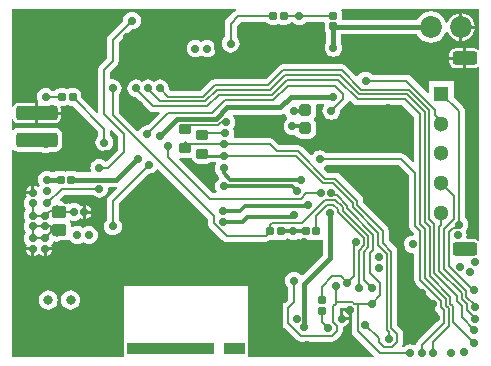
<source format=gbl>
%FSLAX44Y44*%
%MOMM*%
G71*
G01*
G75*
G04 Layer_Physical_Order=2*
G04 Layer_Color=16711680*
G04:AMPARAMS|DCode=10|XSize=1.5mm|YSize=3mm|CornerRadius=0.375mm|HoleSize=0mm|Usage=FLASHONLY|Rotation=0.000|XOffset=0mm|YOffset=0mm|HoleType=Round|Shape=RoundedRectangle|*
%AMROUNDEDRECTD10*
21,1,1.5000,2.2500,0,0,0.0*
21,1,0.7500,3.0000,0,0,0.0*
1,1,0.7500,0.3750,-1.1250*
1,1,0.7500,-0.3750,-1.1250*
1,1,0.7500,-0.3750,1.1250*
1,1,0.7500,0.3750,1.1250*
%
%ADD10ROUNDEDRECTD10*%
%ADD11R,0.4000X1.4000*%
%ADD12R,1.8000X1.9000*%
G04:AMPARAMS|DCode=13|XSize=1mm|YSize=1.2mm|CornerRadius=0.165mm|HoleSize=0mm|Usage=FLASHONLY|Rotation=0.000|XOffset=0mm|YOffset=0mm|HoleType=Round|Shape=RoundedRectangle|*
%AMROUNDEDRECTD13*
21,1,1.0000,0.8700,0,0,0.0*
21,1,0.6700,1.2000,0,0,0.0*
1,1,0.3300,0.3350,-0.4350*
1,1,0.3300,-0.3350,-0.4350*
1,1,0.3300,-0.3350,0.4350*
1,1,0.3300,0.3350,0.4350*
%
%ADD13ROUNDEDRECTD13*%
G04:AMPARAMS|DCode=14|XSize=2.35mm|YSize=1.15mm|CornerRadius=0.3852mm|HoleSize=0mm|Usage=FLASHONLY|Rotation=180.000|XOffset=0mm|YOffset=0mm|HoleType=Round|Shape=RoundedRectangle|*
%AMROUNDEDRECTD14*
21,1,2.3500,0.3795,0,0,180.0*
21,1,1.5795,1.1500,0,0,180.0*
1,1,0.7705,-0.7897,0.1898*
1,1,0.7705,0.7897,0.1898*
1,1,0.7705,0.7897,-0.1898*
1,1,0.7705,-0.7897,-0.1898*
%
%ADD14ROUNDEDRECTD14*%
G04:AMPARAMS|DCode=15|XSize=1.3mm|YSize=1mm|CornerRadius=0.25mm|HoleSize=0mm|Usage=FLASHONLY|Rotation=180.000|XOffset=0mm|YOffset=0mm|HoleType=Round|Shape=RoundedRectangle|*
%AMROUNDEDRECTD15*
21,1,1.3000,0.5000,0,0,180.0*
21,1,0.8000,1.0000,0,0,180.0*
1,1,0.5000,-0.4000,0.2500*
1,1,0.5000,0.4000,0.2500*
1,1,0.5000,0.4000,-0.2500*
1,1,0.5000,-0.4000,-0.2500*
%
%ADD15ROUNDEDRECTD15*%
G04:AMPARAMS|DCode=16|XSize=2.5mm|YSize=1.15mm|CornerRadius=0.3852mm|HoleSize=0mm|Usage=FLASHONLY|Rotation=180.000|XOffset=0mm|YOffset=0mm|HoleType=Round|Shape=RoundedRectangle|*
%AMROUNDEDRECTD16*
21,1,2.5000,0.3795,0,0,180.0*
21,1,1.7295,1.1500,0,0,180.0*
1,1,0.7705,-0.8648,0.1898*
1,1,0.7705,0.8648,0.1898*
1,1,0.7705,0.8648,-0.1898*
1,1,0.7705,-0.8648,-0.1898*
%
%ADD16ROUNDEDRECTD16*%
%ADD17O,0.7000X2.5000*%
%ADD18O,2.5000X0.7000*%
%ADD19R,1.1000X1.1000*%
%ADD20R,4.0000X4.0000*%
%ADD21O,1.1000X0.4000*%
%ADD22O,0.4000X1.1000*%
G04:AMPARAMS|DCode=23|XSize=1.1mm|YSize=0.6mm|CornerRadius=0.201mm|HoleSize=0mm|Usage=FLASHONLY|Rotation=180.000|XOffset=0mm|YOffset=0mm|HoleType=Round|Shape=RoundedRectangle|*
%AMROUNDEDRECTD23*
21,1,1.1000,0.1980,0,0,180.0*
21,1,0.6980,0.6000,0,0,180.0*
1,1,0.4020,-0.3490,0.0990*
1,1,0.4020,0.3490,0.0990*
1,1,0.4020,0.3490,-0.0990*
1,1,0.4020,-0.3490,-0.0990*
%
%ADD23ROUNDEDRECTD23*%
G04:AMPARAMS|DCode=24|XSize=1mm|YSize=0.9mm|CornerRadius=0.198mm|HoleSize=0mm|Usage=FLASHONLY|Rotation=90.000|XOffset=0mm|YOffset=0mm|HoleType=Round|Shape=RoundedRectangle|*
%AMROUNDEDRECTD24*
21,1,1.0000,0.5040,0,0,90.0*
21,1,0.6040,0.9000,0,0,90.0*
1,1,0.3960,0.2520,0.3020*
1,1,0.3960,0.2520,-0.3020*
1,1,0.3960,-0.2520,-0.3020*
1,1,0.3960,-0.2520,0.3020*
%
%ADD24ROUNDEDRECTD24*%
G04:AMPARAMS|DCode=25|XSize=0.67mm|YSize=0.67mm|CornerRadius=0.1508mm|HoleSize=0mm|Usage=FLASHONLY|Rotation=180.000|XOffset=0mm|YOffset=0mm|HoleType=Round|Shape=RoundedRectangle|*
%AMROUNDEDRECTD25*
21,1,0.6700,0.3685,0,0,180.0*
21,1,0.3685,0.6700,0,0,180.0*
1,1,0.3015,-0.1843,0.1843*
1,1,0.3015,0.1843,0.1843*
1,1,0.3015,0.1843,-0.1843*
1,1,0.3015,-0.1843,-0.1843*
%
%ADD25ROUNDEDRECTD25*%
G04:AMPARAMS|DCode=26|XSize=0.67mm|YSize=0.67mm|CornerRadius=0.1508mm|HoleSize=0mm|Usage=FLASHONLY|Rotation=270.000|XOffset=0mm|YOffset=0mm|HoleType=Round|Shape=RoundedRectangle|*
%AMROUNDEDRECTD26*
21,1,0.6700,0.3685,0,0,270.0*
21,1,0.3685,0.6700,0,0,270.0*
1,1,0.3015,-0.1843,-0.1843*
1,1,0.3015,-0.1843,0.1843*
1,1,0.3015,0.1843,0.1843*
1,1,0.3015,0.1843,-0.1843*
%
%ADD26ROUNDEDRECTD26*%
G04:AMPARAMS|DCode=27|XSize=1.05mm|YSize=0.65mm|CornerRadius=0.2015mm|HoleSize=0mm|Usage=FLASHONLY|Rotation=90.000|XOffset=0mm|YOffset=0mm|HoleType=Round|Shape=RoundedRectangle|*
%AMROUNDEDRECTD27*
21,1,1.0500,0.2470,0,0,90.0*
21,1,0.6470,0.6500,0,0,90.0*
1,1,0.4030,0.1235,0.3235*
1,1,0.4030,0.1235,-0.3235*
1,1,0.4030,-0.1235,-0.3235*
1,1,0.4030,-0.1235,0.3235*
%
%ADD27ROUNDEDRECTD27*%
G04:AMPARAMS|DCode=28|XSize=0.65mm|YSize=0.5mm|CornerRadius=0.2mm|HoleSize=0mm|Usage=FLASHONLY|Rotation=270.000|XOffset=0mm|YOffset=0mm|HoleType=Round|Shape=RoundedRectangle|*
%AMROUNDEDRECTD28*
21,1,0.6500,0.1000,0,0,270.0*
21,1,0.2500,0.5000,0,0,270.0*
1,1,0.4000,-0.0500,-0.1250*
1,1,0.4000,-0.0500,0.1250*
1,1,0.4000,0.0500,0.1250*
1,1,0.4000,0.0500,-0.1250*
%
%ADD28ROUNDEDRECTD28*%
G04:AMPARAMS|DCode=29|XSize=0.62mm|YSize=0.62mm|CornerRadius=0.1488mm|HoleSize=0mm|Usage=FLASHONLY|Rotation=270.000|XOffset=0mm|YOffset=0mm|HoleType=Round|Shape=RoundedRectangle|*
%AMROUNDEDRECTD29*
21,1,0.6200,0.3224,0,0,270.0*
21,1,0.3224,0.6200,0,0,270.0*
1,1,0.2976,-0.1612,-0.1612*
1,1,0.2976,-0.1612,0.1612*
1,1,0.2976,0.1612,0.1612*
1,1,0.2976,0.1612,-0.1612*
%
%ADD29ROUNDEDRECTD29*%
G04:AMPARAMS|DCode=30|XSize=1mm|YSize=0.95mm|CornerRadius=0.1995mm|HoleSize=0mm|Usage=FLASHONLY|Rotation=0.000|XOffset=0mm|YOffset=0mm|HoleType=Round|Shape=RoundedRectangle|*
%AMROUNDEDRECTD30*
21,1,1.0000,0.5510,0,0,0.0*
21,1,0.6010,0.9500,0,0,0.0*
1,1,0.3990,0.3005,-0.2755*
1,1,0.3990,-0.3005,-0.2755*
1,1,0.3990,-0.3005,0.2755*
1,1,0.3990,0.3005,0.2755*
%
%ADD30ROUNDEDRECTD30*%
G04:AMPARAMS|DCode=31|XSize=1mm|YSize=0.95mm|CornerRadius=0.1995mm|HoleSize=0mm|Usage=FLASHONLY|Rotation=270.000|XOffset=0mm|YOffset=0mm|HoleType=Round|Shape=RoundedRectangle|*
%AMROUNDEDRECTD31*
21,1,1.0000,0.5510,0,0,270.0*
21,1,0.6010,0.9500,0,0,270.0*
1,1,0.3990,-0.2755,-0.3005*
1,1,0.3990,-0.2755,0.3005*
1,1,0.3990,0.2755,0.3005*
1,1,0.3990,0.2755,-0.3005*
%
%ADD31ROUNDEDRECTD31*%
G04:AMPARAMS|DCode=32|XSize=0.5mm|YSize=0.21mm|CornerRadius=0.0347mm|HoleSize=0mm|Usage=FLASHONLY|Rotation=180.000|XOffset=0mm|YOffset=0mm|HoleType=Round|Shape=RoundedRectangle|*
%AMROUNDEDRECTD32*
21,1,0.5000,0.1407,0,0,180.0*
21,1,0.4307,0.2100,0,0,180.0*
1,1,0.0693,-0.2154,0.0704*
1,1,0.0693,0.2154,0.0704*
1,1,0.0693,0.2154,-0.0704*
1,1,0.0693,-0.2154,-0.0704*
%
%ADD32ROUNDEDRECTD32*%
G04:AMPARAMS|DCode=33|XSize=0.3mm|YSize=0.65mm|CornerRadius=0.0495mm|HoleSize=0mm|Usage=FLASHONLY|Rotation=180.000|XOffset=0mm|YOffset=0mm|HoleType=Round|Shape=RoundedRectangle|*
%AMROUNDEDRECTD33*
21,1,0.3000,0.5510,0,0,180.0*
21,1,0.2010,0.6500,0,0,180.0*
1,1,0.0990,-0.1005,0.2755*
1,1,0.0990,0.1005,0.2755*
1,1,0.0990,0.1005,-0.2755*
1,1,0.0990,-0.1005,-0.2755*
%
%ADD33ROUNDEDRECTD33*%
G04:AMPARAMS|DCode=34|XSize=0.65mm|YSize=0.35mm|CornerRadius=0.0735mm|HoleSize=0mm|Usage=FLASHONLY|Rotation=270.000|XOffset=0mm|YOffset=0mm|HoleType=Round|Shape=RoundedRectangle|*
%AMROUNDEDRECTD34*
21,1,0.6500,0.2030,0,0,270.0*
21,1,0.5030,0.3500,0,0,270.0*
1,1,0.1470,-0.1015,-0.2515*
1,1,0.1470,-0.1015,0.2515*
1,1,0.1470,0.1015,0.2515*
1,1,0.1470,0.1015,-0.2515*
%
%ADD34ROUNDEDRECTD34*%
G04:AMPARAMS|DCode=35|XSize=0.3mm|YSize=0.25mm|CornerRadius=0.0525mm|HoleSize=0mm|Usage=FLASHONLY|Rotation=270.000|XOffset=0mm|YOffset=0mm|HoleType=Round|Shape=RoundedRectangle|*
%AMROUNDEDRECTD35*
21,1,0.3000,0.1450,0,0,270.0*
21,1,0.1950,0.2500,0,0,270.0*
1,1,0.1050,-0.0725,-0.0975*
1,1,0.1050,-0.0725,0.0975*
1,1,0.1050,0.0725,0.0975*
1,1,0.1050,0.0725,-0.0975*
%
%ADD35ROUNDEDRECTD35*%
%ADD36C,0.2500*%
%ADD37C,0.3500*%
%ADD38C,0.2000*%
%ADD39C,0.6000*%
%ADD40C,0.3000*%
%ADD41C,0.7000*%
%ADD42C,0.4000*%
%ADD43C,0.5000*%
%ADD44C,0.7000*%
%ADD45C,0.8000*%
G04:AMPARAMS|DCode=46|XSize=1.15mm|YSize=2.1mm|CornerRadius=0.2875mm|HoleSize=0mm|Usage=FLASHONLY|Rotation=90.000|XOffset=0mm|YOffset=0mm|HoleType=Round|Shape=RoundedRectangle|*
%AMROUNDEDRECTD46*
21,1,1.1500,1.5250,0,0,90.0*
21,1,0.5750,2.1000,0,0,90.0*
1,1,0.5750,0.7625,0.2875*
1,1,0.5750,0.7625,-0.2875*
1,1,0.5750,-0.7625,-0.2875*
1,1,0.5750,-0.7625,0.2875*
%
%ADD46ROUNDEDRECTD46*%
%ADD47C,1.8500*%
%ADD48R,1.3000X1.3000*%
%ADD49C,1.3000*%
%ADD50C,0.6000*%
G04:AMPARAMS|DCode=51|XSize=1mm|YSize=0.9mm|CornerRadius=0.198mm|HoleSize=0mm|Usage=FLASHONLY|Rotation=0.000|XOffset=0mm|YOffset=0mm|HoleType=Round|Shape=RoundedRectangle|*
%AMROUNDEDRECTD51*
21,1,1.0000,0.5040,0,0,0.0*
21,1,0.6040,0.9000,0,0,0.0*
1,1,0.3960,0.3020,-0.2520*
1,1,0.3960,-0.3020,-0.2520*
1,1,0.3960,-0.3020,0.2520*
1,1,0.3960,0.3020,0.2520*
%
%ADD51ROUNDEDRECTD51*%
G04:AMPARAMS|DCode=52|XSize=1mm|YSize=1.2mm|CornerRadius=0.165mm|HoleSize=0mm|Usage=FLASHONLY|Rotation=90.000|XOffset=0mm|YOffset=0mm|HoleType=Round|Shape=RoundedRectangle|*
%AMROUNDEDRECTD52*
21,1,1.0000,0.8700,0,0,90.0*
21,1,0.6700,1.2000,0,0,90.0*
1,1,0.3300,0.4350,0.3350*
1,1,0.3300,0.4350,-0.3350*
1,1,0.3300,-0.4350,-0.3350*
1,1,0.3300,-0.4350,0.3350*
%
%ADD52ROUNDEDRECTD52*%
G04:AMPARAMS|DCode=53|XSize=3.5mm|YSize=1.2mm|CornerRadius=0.198mm|HoleSize=0mm|Usage=FLASHONLY|Rotation=180.000|XOffset=0mm|YOffset=0mm|HoleType=Round|Shape=RoundedRectangle|*
%AMROUNDEDRECTD53*
21,1,3.5000,0.8040,0,0,180.0*
21,1,3.1040,1.2000,0,0,180.0*
1,1,0.3960,-1.5520,0.4020*
1,1,0.3960,1.5520,0.4020*
1,1,0.3960,1.5520,-0.4020*
1,1,0.3960,-1.5520,-0.4020*
%
%ADD53ROUNDEDRECTD53*%
G04:AMPARAMS|DCode=54|XSize=0.62mm|YSize=0.62mm|CornerRadius=0.1488mm|HoleSize=0mm|Usage=FLASHONLY|Rotation=0.000|XOffset=0mm|YOffset=0mm|HoleType=Round|Shape=RoundedRectangle|*
%AMROUNDEDRECTD54*
21,1,0.6200,0.3224,0,0,0.0*
21,1,0.3224,0.6200,0,0,0.0*
1,1,0.2976,0.1612,-0.1612*
1,1,0.2976,-0.1612,-0.1612*
1,1,0.2976,-0.1612,0.1612*
1,1,0.2976,0.1612,0.1612*
%
%ADD54ROUNDEDRECTD54*%
G36*
X339152Y156168D02*
Y113400D01*
X339540Y111449D01*
X340645Y109795D01*
X342996Y107444D01*
X342973Y106557D01*
X342000Y105565D01*
X340042Y105307D01*
X338218Y104551D01*
X336651Y103349D01*
X335449Y101782D01*
X334693Y99958D01*
X334435Y98000D01*
X334693Y96042D01*
X335449Y94218D01*
X336651Y92651D01*
X338218Y91449D01*
X340042Y90693D01*
X342000Y90435D01*
X342447Y90494D01*
X343402Y89657D01*
Y68056D01*
X343790Y66105D01*
X344895Y64452D01*
X360902Y48445D01*
Y44686D01*
X361290Y42735D01*
X362395Y41082D01*
X363402Y40075D01*
Y33712D01*
X346395Y16705D01*
X345290Y15051D01*
X344902Y13100D01*
X343632Y12513D01*
X343582Y12551D01*
X341758Y13307D01*
X339800Y13565D01*
X337842Y13307D01*
X336018Y12551D01*
X334451Y11349D01*
X334261Y11101D01*
X333061Y11162D01*
X332722Y12368D01*
X333710Y13846D01*
X334098Y15797D01*
Y22399D01*
X333710Y24350D01*
X332605Y26003D01*
X329098Y29510D01*
Y92000D01*
X328710Y93951D01*
X327605Y95605D01*
X321848Y101362D01*
Y109750D01*
X321460Y111701D01*
X320355Y113355D01*
X300348Y133362D01*
Y135150D01*
X299960Y137101D01*
X298855Y138755D01*
X280230Y157380D01*
X278576Y158485D01*
X276625Y158873D01*
X270087D01*
X266661Y162299D01*
X266909Y163544D01*
X267282Y163699D01*
X268849Y164901D01*
X269042Y165152D01*
X330168D01*
X339152Y156168D01*
D02*
G37*
G36*
X155176Y171006D02*
X155347Y170147D01*
X156669Y168169D01*
X158647Y166847D01*
X160980Y166383D01*
X167020D01*
X169353Y166847D01*
X170551Y167647D01*
X175310D01*
X175872Y166508D01*
X175699Y166282D01*
X174943Y164458D01*
X174685Y162500D01*
X174943Y160542D01*
X175699Y158718D01*
X176503Y157670D01*
X176834Y156006D01*
X178104Y154104D01*
X178064Y153492D01*
X176901Y152599D01*
X175699Y151032D01*
X174943Y149208D01*
X174685Y147250D01*
X174943Y145292D01*
X175699Y143468D01*
X176159Y142868D01*
X175533Y141598D01*
X172862D01*
X144596Y169863D01*
X145222Y171034D01*
X145980Y170883D01*
X152020D01*
X154353Y171347D01*
X155176Y171006D01*
D02*
G37*
G36*
X291731Y217395D02*
X293385Y216290D01*
X295336Y215902D01*
X333388D01*
X343152Y206138D01*
Y168246D01*
X341979Y167760D01*
X335884Y173855D01*
X334230Y174960D01*
X332280Y175348D01*
X269042D01*
X268849Y175599D01*
X267282Y176801D01*
X265458Y177557D01*
X263500Y177815D01*
X261542Y177557D01*
X259718Y176801D01*
X258151Y175599D01*
X256949Y174032D01*
X256794Y173659D01*
X255548Y173411D01*
X248355Y180605D01*
X248355Y180605D01*
X246701Y181710D01*
X244750Y182098D01*
X229112D01*
X224605Y186605D01*
X222951Y187710D01*
X221000Y188098D01*
X191273D01*
X190424Y189368D01*
X190807Y190292D01*
X191065Y192250D01*
X190807Y194208D01*
X190051Y196032D01*
X189655Y196549D01*
X190551Y197718D01*
X191307Y199542D01*
X191565Y201500D01*
X191307Y203458D01*
X190551Y205282D01*
X189531Y206612D01*
X189906Y207882D01*
X230000D01*
X232341Y208348D01*
X232820Y208668D01*
X234258Y208102D01*
X234749Y206918D01*
X235802Y205545D01*
X235947Y205329D01*
X235687Y203952D01*
X234901Y203349D01*
X233699Y201782D01*
X232943Y199958D01*
X232685Y198000D01*
X232943Y196042D01*
X233699Y194218D01*
X234901Y192651D01*
X236468Y191449D01*
X238292Y190693D01*
X240250Y190435D01*
X242208Y190693D01*
X242756Y190920D01*
X243923Y189173D01*
X245906Y187848D01*
X248245Y187383D01*
X254255D01*
X256594Y187848D01*
X258577Y189173D01*
X259902Y191156D01*
X260367Y193495D01*
Y199005D01*
X259902Y201344D01*
X258577Y203327D01*
X258146Y203615D01*
Y204885D01*
X258577Y205173D01*
X259902Y207156D01*
X260367Y209495D01*
Y215005D01*
X260189Y215901D01*
X260995Y216882D01*
X266580D01*
X267206Y215612D01*
X266699Y214951D01*
X265943Y213127D01*
X265685Y211169D01*
X265943Y209211D01*
X266699Y207386D01*
X267901Y205820D01*
X269468Y204617D01*
X271292Y203862D01*
X273250Y203604D01*
X275208Y203862D01*
X277032Y204617D01*
X278599Y205820D01*
X279801Y207386D01*
X280557Y209211D01*
X280815Y211169D01*
X280773Y211482D01*
X286981Y217690D01*
X288046Y219284D01*
X288200Y219444D01*
X289401Y219725D01*
X291731Y217395D01*
D02*
G37*
G36*
X173500Y5000D02*
X99900D01*
Y15000D01*
X173500D01*
Y5000D01*
D02*
G37*
G36*
X200400D02*
X182500D01*
Y15000D01*
X200400D01*
Y5000D01*
D02*
G37*
G36*
X398451Y263211D02*
X397181Y262712D01*
X395738Y263676D01*
X393625Y264096D01*
X387270D01*
Y255700D01*
Y247304D01*
X393625D01*
X395738Y247724D01*
X397181Y248689D01*
X398451Y248189D01*
Y101811D01*
X397181Y101312D01*
X395738Y102276D01*
X393625Y102696D01*
X388246D01*
X387759Y103425D01*
X387580Y103966D01*
X387815Y105750D01*
X387557Y107708D01*
X386853Y109406D01*
X388051Y110968D01*
X388807Y112792D01*
X389065Y114750D01*
X388807Y116708D01*
X388051Y118532D01*
X386849Y120099D01*
X386348Y120484D01*
Y210800D01*
X385960Y212751D01*
X384855Y214405D01*
X376800Y222460D01*
Y236250D01*
X355800D01*
Y226539D01*
X354627Y226053D01*
X340325Y240355D01*
X338671Y241460D01*
X336721Y241848D01*
X307792D01*
X307599Y242099D01*
X306032Y243301D01*
X304208Y244057D01*
X302250Y244315D01*
X300292Y244057D01*
X298468Y243301D01*
X296901Y242099D01*
X295883Y240772D01*
X294451Y240408D01*
X285754Y249105D01*
X284100Y250210D01*
X282149Y250598D01*
X232436D01*
X230485Y250210D01*
X228832Y249105D01*
X217766Y238039D01*
X174344D01*
X172393Y237651D01*
X170739Y236546D01*
X162541Y228348D01*
X137112D01*
X135523Y229936D01*
X135565Y230250D01*
X135307Y232208D01*
X134551Y234033D01*
X133349Y235599D01*
X131782Y236801D01*
X129958Y237557D01*
X128000Y237815D01*
X126042Y237557D01*
X124218Y236801D01*
X123000Y235867D01*
X121782Y236801D01*
X119958Y237557D01*
X118000Y237815D01*
X116042Y237557D01*
X114218Y236801D01*
X113000Y235867D01*
X111782Y236801D01*
X109958Y237557D01*
X108000Y237815D01*
X106042Y237557D01*
X104218Y236801D01*
X102651Y235599D01*
X101449Y234033D01*
X100693Y232208D01*
X100435Y230250D01*
X100693Y228292D01*
X101449Y226468D01*
X102651Y224901D01*
X104218Y223699D01*
X106042Y222943D01*
X107373Y222768D01*
X118495Y211645D01*
X120149Y210540D01*
X122100Y210152D01*
X127283D01*
X127769Y208979D01*
X117564Y198773D01*
X117250Y198815D01*
X115292Y198557D01*
X113468Y197801D01*
X111901Y196599D01*
X110699Y195032D01*
X110267Y193989D01*
X108770Y193690D01*
X93098Y209362D01*
Y224708D01*
X93349Y224901D01*
X94551Y226468D01*
X95307Y228292D01*
X95565Y230250D01*
X95307Y232208D01*
X94551Y234032D01*
X93349Y235599D01*
X91782Y236801D01*
X89958Y237557D01*
X88000Y237815D01*
X87053Y237690D01*
X86098Y238527D01*
Y243838D01*
X91605Y249345D01*
X92710Y250999D01*
X93098Y252950D01*
Y268988D01*
X104186Y280077D01*
X104500Y280035D01*
X106458Y280293D01*
X108282Y281049D01*
X109849Y282251D01*
X111051Y283818D01*
X111807Y285642D01*
X112065Y287600D01*
X111807Y289558D01*
X111051Y291382D01*
X109849Y292949D01*
X108282Y294151D01*
X106458Y294907D01*
X104500Y295165D01*
X102542Y294907D01*
X100718Y294151D01*
X99151Y292949D01*
X97949Y291382D01*
X97193Y289558D01*
X96935Y287600D01*
X96977Y287286D01*
X84395Y274705D01*
X83290Y273051D01*
X82902Y271100D01*
Y255062D01*
X77395Y249555D01*
X76290Y247901D01*
X75902Y245950D01*
Y210204D01*
X74632Y209678D01*
X61558Y222752D01*
Y224842D01*
X61130Y226991D01*
X59913Y228813D01*
X58091Y230030D01*
X55943Y230458D01*
X52257D01*
X50109Y230030D01*
X49700Y229757D01*
X49291Y230030D01*
X47143Y230458D01*
X43457D01*
X41309Y230030D01*
X39487Y228813D01*
X39009Y228098D01*
X37042D01*
X36849Y228349D01*
X35282Y229551D01*
X33458Y230307D01*
X31500Y230565D01*
X29542Y230307D01*
X27718Y229551D01*
X26151Y228349D01*
X24949Y226782D01*
X24193Y224958D01*
X23935Y223000D01*
X24193Y221042D01*
X24949Y219218D01*
X25102Y219018D01*
X25020Y218851D01*
Y210520D01*
X43878D01*
Y213270D01*
X43679Y214272D01*
X44587Y215525D01*
X44623Y215542D01*
X47143D01*
X49291Y215970D01*
X49700Y216243D01*
X50109Y215970D01*
X52257Y215542D01*
X54348D01*
X75902Y193988D01*
Y189792D01*
X75651Y189599D01*
X74449Y188032D01*
X73693Y186208D01*
X73435Y184250D01*
X73693Y182292D01*
X74449Y180468D01*
X75651Y178901D01*
X77218Y177699D01*
X79042Y176943D01*
X81000Y176685D01*
X82958Y176943D01*
X84782Y177699D01*
X86349Y178901D01*
X87551Y180468D01*
X88307Y182292D01*
X88565Y184250D01*
X88307Y186208D01*
X87551Y188032D01*
X86349Y189599D01*
X86098Y189792D01*
Y194490D01*
X87368Y195016D01*
X92652Y189732D01*
Y178362D01*
X83077Y168787D01*
X81949Y168171D01*
X80382Y169373D01*
X78558Y170129D01*
X76600Y170387D01*
X74642Y170129D01*
X72818Y169373D01*
X71251Y168171D01*
X70049Y166604D01*
X69293Y164780D01*
X69035Y162822D01*
X69293Y160864D01*
X69579Y160173D01*
X68874Y159117D01*
X58058D01*
X56691Y160030D01*
X54542Y160458D01*
X50858D01*
X48709Y160030D01*
X48300Y159757D01*
X47891Y160030D01*
X45743Y160458D01*
X42057D01*
X39909Y160030D01*
X38542Y159117D01*
X36848D01*
X36282Y159551D01*
X34458Y160307D01*
X32500Y160565D01*
X30542Y160307D01*
X28718Y159551D01*
X27151Y158349D01*
X25949Y156782D01*
X25193Y154958D01*
X24935Y153000D01*
X25193Y151042D01*
X25949Y149218D01*
X26883Y148000D01*
X26082Y146956D01*
X25783Y146763D01*
X24502Y146609D01*
X23684Y147156D01*
X22112Y147469D01*
X21770D01*
Y141750D01*
X20500D01*
Y140480D01*
X14781D01*
Y140138D01*
X15094Y138566D01*
X15062Y138406D01*
X14931Y138319D01*
X13718Y136503D01*
X13292Y134362D01*
Y131138D01*
X13718Y128997D01*
X14635Y127625D01*
X13718Y126253D01*
X13292Y124112D01*
Y120888D01*
X13718Y118747D01*
X14217Y118000D01*
X13718Y117253D01*
X13292Y115112D01*
Y111888D01*
X13718Y109747D01*
X14635Y108375D01*
X13718Y107003D01*
X13292Y104862D01*
Y101638D01*
X13718Y99497D01*
X14931Y97681D01*
X15062Y97594D01*
X15094Y97434D01*
X14781Y95862D01*
Y95520D01*
X20500D01*
Y94250D01*
X21770D01*
Y88531D01*
X22112D01*
X23684Y88844D01*
X24802Y89591D01*
X25625Y89702D01*
X26448Y89591D01*
X27566Y88844D01*
X29138Y88531D01*
X29480D01*
Y94250D01*
X30750D01*
Y95520D01*
X36469D01*
Y95862D01*
X36156Y97434D01*
X36188Y97594D01*
X36319Y97681D01*
X37532Y99497D01*
X37666Y100174D01*
X38662Y100706D01*
X40750Y100431D01*
X42838Y100706D01*
X44488Y101389D01*
X47100D01*
X49304Y101828D01*
X50375Y102543D01*
X51449Y102218D01*
X52651Y100651D01*
X54218Y99449D01*
X56042Y98693D01*
X58000Y98435D01*
X59958Y98693D01*
X61782Y99449D01*
X63000Y100383D01*
X64218Y99449D01*
X66042Y98693D01*
X68000Y98435D01*
X69958Y98693D01*
X71782Y99449D01*
X73349Y100651D01*
X74551Y102218D01*
X75307Y104042D01*
X75565Y106000D01*
X75307Y107958D01*
X74551Y109782D01*
X73349Y111349D01*
X71782Y112551D01*
X69958Y113307D01*
X68000Y113565D01*
X66042Y113307D01*
X64218Y112551D01*
X63000Y111617D01*
X61782Y112551D01*
X59958Y113307D01*
X58000Y113565D01*
X56042Y113307D01*
X54218Y112551D01*
X54000Y112384D01*
X52861Y112946D01*
Y113850D01*
X52422Y116054D01*
X51547Y117364D01*
X52311Y118507D01*
X53388Y118293D01*
X56612D01*
X58753Y118718D01*
X60569Y119931D01*
X60656Y120062D01*
X60816Y120094D01*
X62388Y119781D01*
X62730D01*
Y125500D01*
Y131219D01*
X62388D01*
X60816Y130906D01*
X60656Y130938D01*
X60569Y131069D01*
X58753Y132282D01*
X56612Y132708D01*
X53388D01*
X51561Y132344D01*
X51173Y132923D01*
X49304Y134172D01*
X47100Y134611D01*
X44488D01*
X43518Y135013D01*
X43177Y136467D01*
X46862Y140152D01*
X71208D01*
X71401Y139901D01*
X72968Y138699D01*
X74792Y137943D01*
X76750Y137685D01*
X78708Y137943D01*
X80532Y138699D01*
X82099Y139901D01*
X83301Y141468D01*
X84057Y143292D01*
X84315Y145250D01*
X84226Y145928D01*
X85063Y146882D01*
X91127D01*
X91478Y146456D01*
X91833Y145792D01*
X84645Y138605D01*
X83540Y136951D01*
X83152Y135000D01*
Y118792D01*
X82901Y118599D01*
X81699Y117032D01*
X80943Y115208D01*
X80685Y113250D01*
X80943Y111292D01*
X81699Y109468D01*
X82901Y107901D01*
X84468Y106699D01*
X86292Y105943D01*
X88250Y105685D01*
X90208Y105943D01*
X92032Y106699D01*
X93599Y107901D01*
X94801Y109468D01*
X95557Y111292D01*
X95815Y113250D01*
X95557Y115208D01*
X94801Y117032D01*
X93599Y118599D01*
X93348Y118792D01*
Y132888D01*
X118407Y157948D01*
X118500Y157935D01*
X120458Y158193D01*
X122282Y158949D01*
X123849Y160151D01*
X124824Y161421D01*
X126278Y161763D01*
X168402Y119638D01*
Y116308D01*
X168790Y114357D01*
X169895Y112703D01*
X180953Y101645D01*
X182607Y100540D01*
X182930Y100476D01*
X184558Y100152D01*
X217507D01*
X219458Y100540D01*
X221112Y101645D01*
X221259Y101792D01*
X223349D01*
X225498Y102220D01*
X225907Y102493D01*
X226315Y102220D01*
X228464Y101792D01*
X232149D01*
X234298Y102220D01*
X236046Y103387D01*
X236320D01*
X237218Y102699D01*
X239042Y101943D01*
X241000Y101685D01*
X242958Y101943D01*
X244782Y102699D01*
X245648Y103363D01*
X247359Y102220D01*
X249508Y101792D01*
X253193D01*
X255341Y102220D01*
X255750Y102493D01*
X256159Y102220D01*
X258307Y101792D01*
X261992D01*
X264141Y102220D01*
X264862Y102701D01*
X266133Y102022D01*
Y89284D01*
X248992Y72143D01*
X247306Y72254D01*
X246849Y72849D01*
X245282Y74051D01*
X243458Y74807D01*
X241500Y75065D01*
X239542Y74807D01*
X237718Y74051D01*
X236151Y72849D01*
X234949Y71282D01*
X234193Y69458D01*
X233935Y67500D01*
X234193Y65542D01*
X234949Y63718D01*
X236151Y62151D01*
X236402Y61958D01*
Y51048D01*
X233670Y48316D01*
X232400Y48842D01*
Y26844D01*
X233670Y27370D01*
X243895Y17145D01*
X245549Y16040D01*
X247500Y15652D01*
X273833D01*
X275784Y16040D01*
X277438Y17145D01*
X281355Y21062D01*
X282460Y22716D01*
X282848Y24667D01*
Y28515D01*
X283707Y28628D01*
X285298Y29287D01*
X286664Y30336D01*
X287713Y31702D01*
X288372Y33293D01*
X288429Y33730D01*
X282000D01*
Y35000D01*
X280730D01*
Y42066D01*
X280098Y42614D01*
Y43888D01*
X280224Y44014D01*
X289422D01*
X290402Y43359D01*
Y24550D01*
X290790Y22599D01*
X291895Y20945D01*
X309118Y3722D01*
X308632Y2549D01*
X202400D01*
Y4803D01*
X202439Y5000D01*
Y15000D01*
X202400Y15197D01*
Y62500D01*
X97400Y62500D01*
Y2549D01*
X67400D01*
Y3447D01*
X66502Y2549D01*
X2549D01*
Y178183D01*
X3819Y178568D01*
X3919Y178419D01*
X5897Y177097D01*
X8230Y176633D01*
X27478D01*
X27718Y176449D01*
X29542Y175693D01*
X31500Y175435D01*
X33458Y175693D01*
X35282Y176449D01*
X35522Y176633D01*
X39270D01*
X41603Y177097D01*
X43581Y178419D01*
X44903Y180397D01*
X45367Y182730D01*
Y190770D01*
X44903Y193103D01*
X43581Y195081D01*
X41603Y196403D01*
X39270Y196867D01*
X8230D01*
X5897Y196403D01*
X3919Y195081D01*
X3819Y194932D01*
X2549Y195317D01*
Y204112D01*
X3819Y204237D01*
X3972Y203466D01*
X4971Y201971D01*
X6466Y200972D01*
X8230Y200621D01*
X22480D01*
Y209250D01*
Y217878D01*
X8230D01*
X6466Y217528D01*
X4971Y216529D01*
X3972Y215034D01*
X3819Y214263D01*
X2549Y214388D01*
Y297451D01*
X192295D01*
X192531Y296299D01*
X192506Y296181D01*
X190895Y295105D01*
X184395Y288605D01*
X183290Y286951D01*
X182902Y285000D01*
Y273543D01*
X182650Y273349D01*
X181448Y271783D01*
X180692Y269958D01*
X180434Y268000D01*
X180692Y266042D01*
X181448Y264218D01*
X182650Y262651D01*
X184217Y261449D01*
X186041Y260693D01*
X187999Y260436D01*
X189957Y260693D01*
X191782Y261449D01*
X193348Y262651D01*
X194550Y264218D01*
X195306Y266042D01*
X195564Y268000D01*
X195306Y269958D01*
X194550Y271783D01*
X193348Y273349D01*
X193098Y273542D01*
Y282888D01*
X196612Y286402D01*
X217809D01*
X218287Y285687D01*
X220109Y284470D01*
X222257Y284042D01*
X225942D01*
X228091Y284470D01*
X228500Y284743D01*
X228909Y284470D01*
X231057Y284042D01*
X234743D01*
X236891Y284470D01*
X238713Y285687D01*
X239191Y286402D01*
X240458D01*
X240651Y286150D01*
X242218Y284948D01*
X244042Y284193D01*
X246000Y283935D01*
X247958Y284193D01*
X249782Y284948D01*
X251349Y286150D01*
X251542Y286402D01*
X266931D01*
X267736Y285420D01*
X267542Y284443D01*
Y280758D01*
X267969Y278609D01*
X268882Y277242D01*
Y268848D01*
X268449Y268282D01*
X267693Y266458D01*
X267435Y264500D01*
X267693Y262542D01*
X268449Y260718D01*
X269651Y259151D01*
X271218Y257949D01*
X273042Y257193D01*
X275000Y256935D01*
X276958Y257193D01*
X278782Y257949D01*
X280349Y259151D01*
X281551Y260718D01*
X282307Y262542D01*
X282565Y264500D01*
X282307Y266458D01*
X281551Y268282D01*
X281117Y268848D01*
Y275882D01*
X345492D01*
X345726Y275318D01*
X347850Y272550D01*
X350618Y270426D01*
X353841Y269091D01*
X357300Y268636D01*
X360759Y269091D01*
X363982Y270426D01*
X366750Y272550D01*
X368874Y275318D01*
X370103Y278285D01*
X370915Y278431D01*
X371452Y278347D01*
X372402Y276054D01*
X374291Y273591D01*
X376754Y271702D01*
X379622Y270513D01*
X381430Y270275D01*
Y282000D01*
Y293724D01*
X379622Y293486D01*
X376754Y292299D01*
X374291Y290409D01*
X372402Y287946D01*
X371452Y285653D01*
X370915Y285569D01*
X370103Y285715D01*
X368874Y288682D01*
X366750Y291450D01*
X363982Y293574D01*
X360759Y294909D01*
X357300Y295364D01*
X353841Y294909D01*
X350618Y293574D01*
X347850Y291450D01*
X345726Y288682D01*
X345492Y288118D01*
X283172D01*
X282367Y289099D01*
X282458Y289557D01*
Y293242D01*
X282030Y295391D01*
X281503Y296181D01*
X282182Y297451D01*
X398451D01*
Y263211D01*
D02*
G37*
%LPC*%
G36*
X52500Y59069D02*
X50412Y58794D01*
X48465Y57988D01*
X46794Y56706D01*
X45512Y55034D01*
X44706Y53088D01*
X44431Y51000D01*
X44706Y48912D01*
X45512Y46965D01*
X46794Y45294D01*
X48465Y44012D01*
X50412Y43206D01*
X52500Y42931D01*
X54588Y43206D01*
X56535Y44012D01*
X58206Y45294D01*
X59488Y46965D01*
X60294Y48912D01*
X60569Y51000D01*
X60294Y53088D01*
X59488Y55034D01*
X58206Y56706D01*
X56535Y57988D01*
X54588Y58794D01*
X52500Y59069D01*
D02*
G37*
G36*
X36469Y92980D02*
X32020D01*
Y88531D01*
X32362D01*
X33934Y88844D01*
X35266Y89734D01*
X36156Y91066D01*
X36469Y92638D01*
Y92980D01*
D02*
G37*
G36*
X19230D02*
X14781D01*
Y92638D01*
X15094Y91066D01*
X15984Y89734D01*
X17316Y88844D01*
X18888Y88531D01*
X19230D01*
Y92980D01*
D02*
G37*
G36*
X68298Y72500D02*
X67400D01*
X67400Y36250D01*
Y71602D01*
X68298Y72500D01*
D02*
G37*
G36*
X283270Y41429D02*
Y36270D01*
X288429D01*
X288372Y36707D01*
X287713Y38298D01*
X286664Y39664D01*
X285298Y40713D01*
X283707Y41372D01*
X283270Y41429D01*
D02*
G37*
G36*
X33500Y59069D02*
X31412Y58794D01*
X29465Y57988D01*
X27794Y56706D01*
X26512Y55034D01*
X25706Y53088D01*
X25431Y51000D01*
X25706Y48912D01*
X26512Y46965D01*
X27794Y45294D01*
X29465Y44012D01*
X31412Y43206D01*
X33500Y42931D01*
X35588Y43206D01*
X37534Y44012D01*
X39206Y45294D01*
X40488Y46965D01*
X41294Y48912D01*
X41569Y51000D01*
X41294Y53088D01*
X40488Y55034D01*
X39206Y56706D01*
X37534Y57988D01*
X35588Y58794D01*
X33500Y59069D01*
D02*
G37*
G36*
X168000Y271315D02*
X166042Y271057D01*
X164218Y270301D01*
X163000Y269367D01*
X161782Y270301D01*
X159958Y271057D01*
X158000Y271315D01*
X156042Y271057D01*
X154218Y270301D01*
X152651Y269099D01*
X151449Y267532D01*
X150693Y265708D01*
X150435Y263750D01*
X150693Y261792D01*
X151449Y259967D01*
X152651Y258401D01*
X154218Y257199D01*
X156042Y256443D01*
X158000Y256185D01*
X159958Y256443D01*
X161782Y257199D01*
X163000Y258133D01*
X164218Y257199D01*
X166042Y256443D01*
X168000Y256185D01*
X169958Y256443D01*
X171782Y257199D01*
X173349Y258401D01*
X174551Y259967D01*
X175307Y261792D01*
X175565Y263750D01*
X175307Y265708D01*
X174551Y267532D01*
X173349Y269099D01*
X171782Y270301D01*
X169958Y271057D01*
X168000Y271315D01*
D02*
G37*
G36*
X384730Y264096D02*
X378375D01*
X376262Y263676D01*
X374471Y262479D01*
X373274Y260688D01*
X372854Y258575D01*
Y256970D01*
X384730D01*
Y264096D01*
D02*
G37*
G36*
X383970Y293724D02*
Y283270D01*
X394425D01*
X394187Y285078D01*
X392999Y287946D01*
X391109Y290409D01*
X388646Y292299D01*
X385778Y293486D01*
X383970Y293724D01*
D02*
G37*
G36*
X394425Y280730D02*
X383970D01*
Y270275D01*
X385778Y270513D01*
X388646Y271702D01*
X391109Y273591D01*
X392999Y276054D01*
X394187Y278922D01*
X394425Y280730D01*
D02*
G37*
G36*
X384730Y254430D02*
X372854D01*
Y252825D01*
X373274Y250712D01*
X374471Y248921D01*
X376262Y247724D01*
X378375Y247304D01*
X384730D01*
Y254430D01*
D02*
G37*
G36*
X65612Y131219D02*
X65270D01*
Y126770D01*
X69719D01*
Y127112D01*
X69406Y128684D01*
X68516Y130016D01*
X67184Y130906D01*
X65612Y131219D01*
D02*
G37*
G36*
X69719Y124230D02*
X65270D01*
Y119781D01*
X65612D01*
X67184Y120094D01*
X68516Y120984D01*
X69406Y122316D01*
X69719Y123888D01*
Y124230D01*
D02*
G37*
G36*
X43878Y207980D02*
X25020D01*
Y200621D01*
X39270D01*
X41034Y200972D01*
X42529Y201971D01*
X43528Y203466D01*
X43878Y205230D01*
Y207980D01*
D02*
G37*
G36*
X19230Y147469D02*
X18888D01*
X17316Y147156D01*
X15984Y146266D01*
X15094Y144934D01*
X14781Y143362D01*
Y143020D01*
X19230D01*
Y147469D01*
D02*
G37*
%LPD*%
D25*
X43900Y153000D02*
D03*
X52700D02*
D03*
X54100Y223000D02*
D03*
X45300D02*
D03*
X232900Y291500D02*
D03*
X224100D02*
D03*
X260150Y109250D02*
D03*
X251350D02*
D03*
X221507D02*
D03*
X230307D02*
D03*
D26*
X275000Y291400D02*
D03*
Y282600D02*
D03*
X265000Y42100D02*
D03*
Y50900D02*
D03*
D29*
X55000Y125500D02*
D03*
X64000D02*
D03*
D30*
X251250Y196250D02*
D03*
Y212250D02*
D03*
D36*
X164000Y175000D02*
X166000Y173000D01*
X177900D01*
X330000Y99500D02*
Y142000D01*
X323250Y148750D02*
X330000Y142000D01*
X325000Y117693D02*
Y129598D01*
X308598Y146000D02*
X325000Y129598D01*
X392000Y123500D02*
Y231584D01*
X382250Y241334D02*
X392000Y231584D01*
X362256Y241334D02*
X382250D01*
X356840Y246750D02*
X362256Y241334D01*
X349434Y246750D02*
X356840D01*
X339184Y257000D02*
X349434Y246750D01*
X321250Y257000D02*
X339184D01*
X317500Y253250D02*
X321250Y257000D01*
X312085Y253250D02*
X317500D01*
X308400Y256935D02*
X312085Y253250D01*
X323965Y272500D02*
X331500D01*
X330500Y271500D02*
X331500Y272500D01*
X294923Y265173D02*
X301250Y271500D01*
X294923Y261617D02*
Y265173D01*
X288056Y254750D02*
X294923Y261617D01*
X264500Y254750D02*
X288056D01*
X263750Y254000D02*
X264500Y254750D01*
X242208Y254000D02*
X263750D01*
X233000Y263208D02*
X242208Y254000D01*
X233000Y263208D02*
Y264500D01*
X246323Y277823D02*
X257677D01*
X264000Y271500D01*
X207000Y274117D02*
X209617Y271500D01*
X200750Y267867D02*
X207000Y274117D01*
X178000Y247000D02*
X194800D01*
X178000Y264158D02*
X179270Y265428D01*
Y273230D01*
X173000Y279500D02*
X179270Y273230D01*
X308400Y256935D02*
X322965Y271500D01*
X323965Y272500D01*
X301250Y271500D02*
X322965D01*
X330500D01*
X233000Y264500D02*
X240000Y271500D01*
X246323Y277823D01*
X209617Y271500D02*
X240000D01*
X174750Y263480D02*
Y270500D01*
X168000Y277250D02*
X174750Y270500D01*
X168000Y277250D02*
Y290296D01*
X172229Y294524D01*
X155076D02*
X172229D01*
X154500Y295100D02*
X155076Y294524D01*
X138250Y278850D02*
X154500Y295100D01*
X138250Y277500D02*
Y278850D01*
X121186Y260436D02*
X138250Y277500D01*
X102000Y260436D02*
X121186D01*
X102000Y248000D02*
Y260436D01*
X98250Y244250D02*
X102000Y248000D01*
X98250Y213270D02*
Y244250D01*
Y213270D02*
X104000Y207520D01*
Y205000D02*
Y207520D01*
Y205000D02*
X105000Y204000D01*
X117000D01*
X105030Y215970D02*
X117000Y204000D01*
X100300Y215970D02*
X105030D01*
X190230Y248000D02*
X195800D01*
X201500D01*
X194800Y247000D02*
X195800Y248000D01*
X200750Y252950D01*
X174750Y263480D02*
X178000Y260230D01*
Y264158D01*
X111000Y244750D02*
X112750Y243000D01*
X136353Y247164D02*
X140517Y243000D01*
X150866Y232651D01*
X112750Y243000D02*
X140517D01*
X210250D01*
X118000Y247000D02*
X127185Y256185D01*
X136353D01*
X178000D01*
X182045D01*
X200750D01*
X213750D01*
X136353Y247164D02*
Y256185D01*
Y270426D01*
X178000Y247000D02*
Y256185D01*
Y260230D01*
X200750Y252950D02*
Y256185D01*
Y267867D01*
X178000Y260230D02*
X182045Y256185D01*
X190230Y248000D01*
X20313Y287750D02*
X59886D01*
X20250Y240250D02*
X56396D01*
X57396Y239250D01*
Y261029D01*
X61632Y265265D01*
X35107D02*
X61632D01*
X23750Y253908D02*
X35107Y265265D01*
X53069Y177218D02*
Y205357D01*
X67000Y184302D02*
Y189250D01*
X28000Y166750D02*
X49448D01*
X7000Y121800D02*
Y145750D01*
X49448Y166750D02*
X56492Y173794D01*
X67000Y184302D01*
X53069Y177218D02*
X56492Y173794D01*
X57396Y172890D01*
X8500Y51250D02*
X9250Y50500D01*
Y20980D02*
Y50500D01*
Y20980D02*
X22480Y7750D01*
X23230Y8500D01*
X62388D01*
X75587Y21699D01*
X84468D01*
Y53218D01*
X85500Y54250D01*
X60250Y71250D02*
X68500D01*
X49750Y81750D02*
X60250Y71250D01*
X48750Y81750D02*
X49750D01*
X48750D02*
X64250Y97250D01*
X242500D02*
X249250Y90500D01*
Y86200D02*
Y90500D01*
X84782Y80843D02*
X90140Y86200D01*
X84782Y80843D02*
X101407D01*
X112500Y69750D01*
X157500D01*
X166500Y78750D01*
X196500D01*
X216051Y59199D01*
Y43069D02*
Y59199D01*
Y43069D02*
X227000Y32120D01*
Y11650D02*
Y32120D01*
Y11650D02*
X229150Y9500D01*
X293080D01*
X289500Y13080D02*
X293080Y9500D01*
X289500Y13080D02*
Y19948D01*
X287717Y21730D02*
X289500Y19948D01*
X287717Y21730D02*
Y28816D01*
X8500Y51250D02*
Y147250D01*
Y162250D01*
X7000Y145750D02*
X8500Y147250D01*
X28000Y166750D01*
X68500Y71250D02*
X71550Y68200D01*
X85500Y54250D01*
X210457Y6400D02*
X301999D01*
X210250Y6193D02*
X210457Y6400D01*
X90140Y86200D02*
X219250D01*
X249250D01*
X64250Y97250D02*
X191000Y96000D01*
X199500D01*
X210250Y97250D01*
X219250D02*
X236750D01*
X242500D01*
X10500Y250000D02*
X20250Y240250D01*
X10500Y250000D02*
Y277936D01*
X20313Y287750D01*
X59886D02*
X79750Y267886D01*
X240000Y271500D02*
X264000D01*
X218500Y96500D02*
X219250Y97250D01*
X210250Y96500D02*
X218500D01*
D37*
X242900Y210700D02*
X252963D01*
X240250Y198000D02*
X249500D01*
X251250Y196250D01*
X230307Y109250D02*
X251350D01*
X182250Y158250D02*
Y162500D01*
Y158250D02*
X187500Y153000D01*
X247500D01*
X182250Y147250D02*
X239500D01*
X243750Y143000D01*
X239750Y121250D02*
X241500Y123000D01*
X252750Y130250D02*
X253750Y131250D01*
X181750Y117250D02*
X198000D01*
X202000Y121250D01*
X239750D01*
X200250Y130250D02*
X252750D01*
X196250Y126250D02*
X200250Y130250D01*
X181750Y126250D02*
X196250D01*
X164000Y191000D02*
X166250Y193250D01*
D38*
X263500Y170250D02*
X332280D01*
X359400Y6000D02*
Y15800D01*
X350000Y6000D02*
Y13100D01*
X394400Y44900D02*
Y46743D01*
X88000Y271100D02*
X104500Y287600D01*
X383400Y36500D02*
X394200Y25700D01*
X376500Y32000D02*
X394300Y14200D01*
X350000Y13100D02*
X368500Y31600D01*
X359400Y15800D02*
X372500Y28900D01*
X392750Y59250D02*
X394000D01*
X387500Y53643D02*
Y58507D01*
Y53643D02*
X394400Y46743D01*
X383500Y51986D02*
X387900Y47586D01*
Y42208D02*
Y47586D01*
X394400Y35200D02*
Y35708D01*
X387900Y42208D02*
X394400Y35708D01*
X383500Y51986D02*
Y56850D01*
X376500Y32000D02*
Y45500D01*
X374000Y48000D02*
X376500Y45500D01*
X374000Y48000D02*
Y53870D01*
X370000Y46343D02*
Y52213D01*
Y46343D02*
X372500Y43843D01*
Y28900D02*
Y43843D01*
X366000Y44686D02*
Y50556D01*
Y44686D02*
X368500Y42186D01*
Y31600D02*
Y42186D01*
X383400Y36500D02*
Y46100D01*
X379500Y50000D02*
X383400Y46100D01*
X379500Y50000D02*
Y54500D01*
X314050Y6000D02*
X339800D01*
X307500Y47500D02*
Y48000D01*
X150900Y183000D02*
X181500D01*
X148900Y185000D02*
X150900Y183000D01*
X108000Y229350D02*
Y230250D01*
X118000Y229680D02*
Y230250D01*
X128000Y230050D02*
Y230250D01*
X241500Y48936D02*
Y67500D01*
X236500Y43936D02*
X241500Y48936D01*
X236500Y31750D02*
Y43936D01*
X247500Y20750D02*
X273833D01*
X277750Y24667D01*
Y29351D01*
X275000Y32101D02*
X277750Y29351D01*
X236500Y31750D02*
X247500Y20750D01*
X277000Y48000D02*
Y62500D01*
X265000Y32250D02*
X270000Y27250D01*
X265000Y32250D02*
Y42100D01*
Y50900D02*
Y62300D01*
X273700Y71000D01*
X372500Y79500D02*
X392750Y59250D01*
X348500Y68056D02*
X366000Y50556D01*
X352500Y69713D02*
X370000Y52213D01*
X356500Y71370D02*
X374000Y53870D01*
X360500Y73500D02*
X379500Y54500D01*
X364500Y75850D02*
X383500Y56850D01*
X368500Y77507D02*
X387500Y58507D01*
X366300Y114414D02*
Y124250D01*
X376250Y112250D02*
X379000D01*
X295500Y24550D02*
X314050Y6000D01*
X296000Y48000D02*
X307500D01*
X275000Y32101D02*
Y46000D01*
X277000Y48000D01*
X302000Y30250D02*
X313750Y18500D01*
X324692Y11490D02*
X329000Y15797D01*
X313750Y15600D02*
Y18500D01*
Y15600D02*
X317860Y11490D01*
X324692D01*
X324000Y27399D02*
X329000Y22399D01*
Y15797D02*
Y22399D01*
X322000Y17990D02*
Y23742D01*
X320000Y25742D02*
X322000Y23742D01*
X364500Y112614D02*
X366300Y114414D01*
X372500Y79500D02*
Y108500D01*
X376250Y112250D01*
X368500Y77507D02*
Y110957D01*
X364500Y75850D02*
Y112614D01*
X360500Y73500D02*
Y115250D01*
X356500Y71370D02*
Y113000D01*
X352500Y69713D02*
Y111343D01*
X348500Y68056D02*
Y109150D01*
X295500Y24550D02*
Y48000D01*
X273700Y71000D02*
X281250D01*
X286750Y65500D01*
X307500Y48000D02*
X314750Y55250D01*
X286750Y65500D02*
X292250Y71000D01*
Y99000D02*
X293750Y100500D01*
X292250Y71000D02*
Y99000D01*
X296250Y92907D02*
X300500Y97157D01*
X296250Y61000D02*
Y92907D01*
X300500Y91500D02*
X304500Y95500D01*
X300500Y68000D02*
X307500Y61000D01*
X300500Y68000D02*
Y91500D01*
X314750Y55250D02*
Y65000D01*
X306000Y73750D02*
X314750Y65000D01*
X306000Y73750D02*
Y90753D01*
X308750Y93503D01*
X368500Y110957D02*
X376750Y119207D01*
Y139300D01*
X366300Y149750D02*
X376750Y139300D01*
X379000Y112250D02*
X381250Y114500D01*
Y210800D01*
X366300Y225750D02*
X381250Y210800D01*
X344250Y113400D02*
X348500Y109150D01*
X348250Y115593D02*
X352500Y111343D01*
X352250Y117250D02*
X356500Y113000D01*
X356250Y119500D02*
X360500Y115250D01*
X278750Y125186D02*
Y127692D01*
X282750Y126843D02*
Y129349D01*
X286750Y128500D02*
Y131006D01*
X295250Y131250D02*
Y135150D01*
Y131250D02*
X316750Y109750D01*
Y99250D02*
Y109750D01*
X291250Y129593D02*
Y133493D01*
Y129593D02*
X312750Y108093D01*
Y97593D02*
Y108093D01*
X286750Y128500D02*
X287250Y128000D01*
Y127936D02*
Y128000D01*
Y127936D02*
X308750Y106436D01*
Y93503D02*
Y106436D01*
X282750Y126843D02*
X283250Y126343D01*
Y126279D02*
Y126343D01*
Y126279D02*
X304500Y105029D01*
Y95500D02*
Y105029D01*
X278750Y125186D02*
X279250Y124686D01*
Y124623D02*
Y124686D01*
Y124623D02*
X300500Y103373D01*
Y97157D02*
Y103373D01*
X274942Y131500D02*
X278750Y127692D01*
X276599Y135500D02*
X282750Y129349D01*
X278256Y139500D02*
X286750Y131006D01*
X273250Y142000D02*
X275750Y139500D01*
X278256D01*
X260150Y109250D02*
Y122092D01*
X269558Y131500D01*
X274942D01*
X267692Y135500D02*
X276599D01*
X276625Y153775D02*
X295250Y135150D01*
X267975Y153775D02*
X276625D01*
X244750Y177000D02*
Y177000D01*
X266318Y149775D02*
X274968D01*
X291250Y133493D01*
X244750Y177000D02*
X267975Y153775D01*
X177900Y173000D02*
X243093D01*
X266318Y149775D01*
X181500Y183000D02*
X221000D01*
X227000Y177000D01*
X244750D01*
X252000Y141250D02*
X264250D01*
X217507Y105250D02*
X221507Y109250D01*
X248692Y116500D02*
X267692Y135500D01*
X221507Y109250D02*
Y114921D01*
X223086Y116500D01*
X248692D01*
X184558Y105250D02*
X217507D01*
X173500Y116308D02*
X184558Y105250D01*
X247250Y136500D02*
X252000Y141250D01*
X108000Y229350D02*
X122100Y215250D01*
X118000Y229680D02*
X128430Y219250D01*
X128000Y230250D02*
X135000Y223250D01*
X332280Y170250D02*
X344250Y158279D01*
Y113400D02*
Y158279D01*
X348250Y115593D02*
Y208250D01*
X352250Y117250D02*
Y209907D01*
X356250Y119500D02*
Y211564D01*
X361250Y207500D02*
Y212220D01*
Y207500D02*
X366300Y202450D01*
Y200250D02*
Y202450D01*
X338814Y229000D02*
X356250Y211564D01*
X337157Y225000D02*
X352250Y209907D01*
X335500Y221000D02*
X348250Y208250D01*
X88250Y113250D02*
Y135000D01*
X42750Y125500D02*
X55000D01*
X40750Y127500D02*
X42750Y125500D01*
X40750Y126500D02*
Y127500D01*
X30750Y122500D02*
X34750Y126500D01*
X20500Y122500D02*
X30750D01*
X20500D02*
Y132750D01*
Y113500D02*
X30750D01*
X20500Y103250D02*
Y113500D01*
Y103250D02*
X30750D01*
X36000Y108500D01*
X38000Y110500D01*
X36000Y108500D02*
X40750D01*
X30750Y113500D02*
X35000D01*
X36000Y112500D01*
X34750Y126500D02*
X40750D01*
X36000Y108500D02*
Y112500D01*
X38000Y110500D02*
X42750D01*
X31500Y223000D02*
X45300D01*
X45300Y223000D01*
X44750Y145250D02*
X76750D01*
X32500Y133000D02*
X44750Y145250D01*
X88000Y252950D02*
Y271100D01*
X81000Y245950D02*
X88000Y252950D01*
X84322Y162822D02*
X97750Y176250D01*
X76600Y162822D02*
X84322D01*
X81000Y184250D02*
Y196100D01*
X54100Y223000D02*
X81000Y196100D01*
X88250Y135000D02*
X118500Y165250D01*
Y165500D01*
X88000Y207250D02*
Y230250D01*
X173500Y116308D02*
Y121750D01*
X97750Y176250D02*
Y191843D01*
X81000Y208593D02*
X97750Y191843D01*
X81000Y208593D02*
Y245950D01*
X88000Y207250D02*
X173500Y121750D01*
X134875Y172375D02*
Y181625D01*
Y172375D02*
X170750Y136500D01*
X247250D01*
X148999Y195499D02*
X152749Y199250D01*
X166250Y193250D02*
X167250Y192250D01*
X183500D01*
X182071Y201500D02*
X184000D01*
X177513Y199250D02*
X179763Y201500D01*
X184000D01*
X152749Y199250D02*
X177513D01*
X122100Y215250D02*
X167967D01*
X177658Y224941D01*
X223191D01*
X128430Y219250D02*
X166310D01*
X176001Y228941D01*
X135000Y223250D02*
X164653D01*
X174344Y232941D01*
X176001Y228941D02*
X221534D01*
X174344Y232941D02*
X219878D01*
X117250Y191250D02*
X135250Y209250D01*
X171750D01*
X182750Y220250D01*
X224157D01*
X236157Y232250D01*
X336721Y236750D02*
X361250Y212220D01*
X302250Y236750D02*
X336721D01*
X223191Y224941D02*
X235750Y237500D01*
X221534Y228941D02*
X234093Y241500D01*
X219878Y232941D02*
X232436Y245500D01*
X236157Y232250D02*
X276500D01*
X235750Y237500D02*
X278836D01*
X295336Y221000D01*
X335500D01*
X280492Y241500D02*
X296992Y225000D01*
X337157D01*
X282149Y245500D02*
X298649Y229000D01*
X338814D01*
X234093Y241500D02*
X280492D01*
X232436Y245500D02*
X282149D01*
X276500Y232250D02*
X283376Y225374D01*
Y221295D02*
Y225374D01*
X273250Y211169D02*
X283376Y221295D01*
X246000Y291499D02*
X274900D01*
X275000Y291400D01*
X233001Y291499D02*
X246000D01*
X194500Y291500D02*
X224100D01*
X188000Y285000D02*
X194500Y291500D01*
X188000Y269000D02*
Y285000D01*
X320000Y25742D02*
Y90343D01*
X312750Y97593D02*
X320000Y90343D01*
X324000Y27399D02*
Y92000D01*
X316750Y99250D02*
X324000Y92000D01*
X291344Y49112D02*
X292456Y48000D01*
X295500D01*
X277000D02*
X278112Y49112D01*
X291344D01*
D40*
X187500Y10000D02*
X194500D01*
D42*
X52700Y153000D02*
X91250D01*
X32500D02*
X43900D01*
X250000Y28250D02*
Y64500D01*
X272250Y86750D02*
Y125000D01*
X250000Y64500D02*
X272250Y86750D01*
X230000Y214000D02*
X239000Y223000D01*
X274968D01*
X91250Y153000D02*
X109000Y170750D01*
X109250D01*
X127750Y189500D02*
X142500Y204250D01*
X175442D01*
X185192Y214000D01*
X230000D01*
X275000Y264500D02*
Y282600D01*
X275600Y282000D02*
X357300D01*
X275000Y282600D02*
X275600Y282000D01*
X59100Y68200D02*
X71550D01*
X74800D01*
D44*
X282000Y35000D02*
D03*
X244000D02*
D03*
X295750Y160500D02*
D03*
X296500Y180468D02*
D03*
X304000Y135250D02*
D03*
X244201Y12368D02*
D03*
X252274Y12551D02*
D03*
X261196Y12250D02*
D03*
X9250Y95750D02*
D03*
X9750Y82500D02*
D03*
X9500Y71500D02*
D03*
X9250Y33500D02*
D03*
X9000Y48750D02*
D03*
X62750Y10000D02*
D03*
X13239Y13060D02*
D03*
X10500Y22600D02*
D03*
X21750Y9250D02*
D03*
X10000Y247500D02*
D03*
X10250Y270250D02*
D03*
X390250Y133000D02*
D03*
X390000Y183750D02*
D03*
X241300Y210700D02*
D03*
X104500Y287600D02*
D03*
X385700Y7000D02*
D03*
X339800Y6000D02*
D03*
X394400Y35200D02*
D03*
Y44900D02*
D03*
X394200Y25700D02*
D03*
X394300Y14200D02*
D03*
X359400Y6000D02*
D03*
X350000D02*
D03*
X374800D02*
D03*
X350000Y48000D02*
D03*
Y36000D02*
D03*
X338000Y48000D02*
D03*
Y60000D02*
D03*
Y36000D02*
D03*
X362000D02*
D03*
X32500Y133000D02*
D03*
Y153000D02*
D03*
Y143000D02*
D03*
X350000Y57000D02*
D03*
X359000Y48000D02*
D03*
X390750Y74750D02*
D03*
X382250Y79000D02*
D03*
X394000Y59250D02*
D03*
X307500Y61000D02*
D03*
Y48000D02*
D03*
X243750Y143000D02*
D03*
X247500Y153000D02*
D03*
X253750Y131250D02*
D03*
X241500Y123000D02*
D03*
X108000Y230250D02*
D03*
X118000D02*
D03*
X128000D02*
D03*
X241500Y67500D02*
D03*
X277000Y62500D02*
D03*
X250000Y28250D02*
D03*
X270000Y27250D02*
D03*
X241000Y109250D02*
D03*
X240250Y198000D02*
D03*
X395000Y83000D02*
D03*
X380250Y105750D02*
D03*
X381500Y114750D02*
D03*
X302000Y30250D02*
D03*
X322000Y17990D02*
D03*
X313500Y78000D02*
D03*
X293750Y100500D02*
D03*
X313250Y87000D02*
D03*
X342000Y98000D02*
D03*
X286750Y65500D02*
D03*
X296250Y61000D02*
D03*
X272250Y125000D02*
D03*
X273250Y142000D02*
D03*
X264250Y141250D02*
D03*
X263500Y170250D02*
D03*
X182250Y162500D02*
D03*
Y147250D02*
D03*
X181750Y126250D02*
D03*
Y117250D02*
D03*
X182500Y172791D02*
D03*
Y183000D02*
D03*
X134875Y181625D02*
D03*
X127750Y189500D02*
D03*
X274968Y223000D02*
D03*
X88250Y113250D02*
D03*
X58000Y106000D02*
D03*
X68000D02*
D03*
X31500Y183000D02*
D03*
Y223000D02*
D03*
X76750Y145250D02*
D03*
X88000Y230250D02*
D03*
X76600Y162822D02*
D03*
X81000Y184250D02*
D03*
X109250Y170750D02*
D03*
X118500Y165500D02*
D03*
X117250Y191250D02*
D03*
X183500Y192250D02*
D03*
X184000Y201500D02*
D03*
X168000Y263750D02*
D03*
X148000D02*
D03*
X158000D02*
D03*
X302250Y236750D02*
D03*
X273250Y211169D02*
D03*
X246000Y291499D02*
D03*
X275000Y264500D02*
D03*
X187999Y268000D02*
D03*
X263750Y254000D02*
D03*
Y262250D02*
D03*
X286868Y261250D02*
D03*
X294923Y261617D02*
D03*
X303500Y261792D02*
D03*
X303652Y253250D02*
D03*
X295000D02*
D03*
X296992Y190992D02*
D03*
X295750Y147000D02*
D03*
X305750Y158000D02*
D03*
X319750D02*
D03*
X331750D02*
D03*
X309448Y144250D02*
D03*
X326250Y145500D02*
D03*
X330000Y128750D02*
D03*
X318348Y136250D02*
D03*
X325000Y117693D02*
D03*
X250000Y91700D02*
D03*
X236750Y97250D02*
D03*
X249750Y100000D02*
D03*
X236750Y89500D02*
D03*
X219250Y86200D02*
D03*
X208736Y86300D02*
D03*
X195250Y86500D02*
D03*
X191000Y96000D02*
D03*
X190500Y78750D02*
D03*
X203000Y77500D02*
D03*
X287717Y13600D02*
D03*
X278836Y11650D02*
D03*
X8500Y61000D02*
D03*
X62250Y69700D02*
D03*
X62750Y59270D02*
D03*
X62750Y22250D02*
D03*
X64000Y49250D02*
D03*
X55750Y15000D02*
D03*
X26500Y16500D02*
D03*
X36750Y8500D02*
D03*
X48500D02*
D03*
X23250Y81250D02*
D03*
X97750Y224941D02*
D03*
X98000Y215500D02*
D03*
X110250Y215750D02*
D03*
X101750Y114921D02*
D03*
X111500D02*
D03*
X123250D02*
D03*
X135000Y114750D02*
D03*
X146500Y114921D02*
D03*
X160500D02*
D03*
X168500Y150500D02*
D03*
X168000Y162750D02*
D03*
X134000Y145250D02*
D03*
X126096Y153000D02*
D03*
X112500Y146000D02*
D03*
X82500Y174250D02*
D03*
X49250Y181250D02*
D03*
X49750Y191250D02*
D03*
X49500Y205000D02*
D03*
X49700Y170750D02*
D03*
X36500Y168750D02*
D03*
X26000Y240250D02*
D03*
X20500Y249000D02*
D03*
X27500Y257775D02*
D03*
X15000Y258883D02*
D03*
X9250Y282850D02*
D03*
X71750Y287750D02*
D03*
X81250D02*
D03*
X79750Y267886D02*
D03*
X69909Y277250D02*
D03*
X82500Y278250D02*
D03*
X9750Y291500D02*
D03*
X16000Y239250D02*
D03*
X133500Y268250D02*
D03*
X140750Y275750D02*
D03*
X131750Y277000D02*
D03*
X100300Y273250D02*
D03*
X214149Y249500D02*
D03*
X205500Y260500D02*
D03*
Y275750D02*
D03*
X199500Y283000D02*
D03*
X173500Y291250D02*
D03*
X246323Y277823D02*
D03*
X246000Y269750D02*
D03*
X329500Y255284D02*
D03*
X339316Y252999D02*
D03*
X349434Y246750D02*
D03*
X362256Y241334D02*
D03*
X378489D02*
D03*
X390500Y233084D02*
D03*
X389750Y216250D02*
D03*
X390000Y201250D02*
D03*
X335700Y181000D02*
D03*
X315250Y179750D02*
D03*
X335750Y196500D02*
D03*
X309000Y202750D02*
D03*
X320950Y213250D02*
D03*
X331500Y207750D02*
D03*
X316064Y190992D02*
D03*
X74500Y116054D02*
D03*
X61250Y136250D02*
D03*
X48650Y136000D02*
D03*
X146500Y126991D02*
D03*
X199500Y96500D02*
D03*
X210250D02*
D03*
X219250D02*
D03*
X63000Y116000D02*
D03*
X36250Y213000D02*
D03*
X103000Y266000D02*
D03*
X194500Y243000D02*
D03*
X189000Y248000D02*
D03*
X188750Y256500D02*
D03*
X333750Y117250D02*
D03*
X331750Y94750D02*
D03*
X390250Y121750D02*
D03*
X269500Y12250D02*
D03*
X237000Y17250D02*
D03*
X390000Y158718D02*
D03*
X288652Y42612D02*
D03*
D45*
X33500Y51000D02*
D03*
X52500D02*
D03*
X40750Y108500D02*
D03*
Y127500D02*
D03*
D46*
X386000Y255700D02*
D03*
Y94300D02*
D03*
D47*
X382700Y282000D02*
D03*
X357300D02*
D03*
D48*
X366300Y225750D02*
D03*
D49*
Y200250D02*
D03*
Y175250D02*
D03*
Y149750D02*
D03*
Y124250D02*
D03*
D50*
X108300Y10000D02*
D03*
X128300D02*
D03*
X148300D02*
D03*
X168300D02*
D03*
X187500D02*
D03*
X194500D02*
D03*
D51*
X164000Y191000D02*
D03*
Y175000D02*
D03*
X149000Y179500D02*
D03*
Y195500D02*
D03*
D52*
X42750Y110500D02*
D03*
Y125500D02*
D03*
D53*
X23750Y186750D02*
D03*
Y209250D02*
D03*
D54*
X20500Y94250D02*
D03*
Y103250D02*
D03*
X30750Y94250D02*
D03*
Y103250D02*
D03*
X20500Y113500D02*
D03*
Y122500D02*
D03*
X30750Y113500D02*
D03*
Y122500D02*
D03*
X20500Y132750D02*
D03*
Y141750D02*
D03*
M02*

</source>
